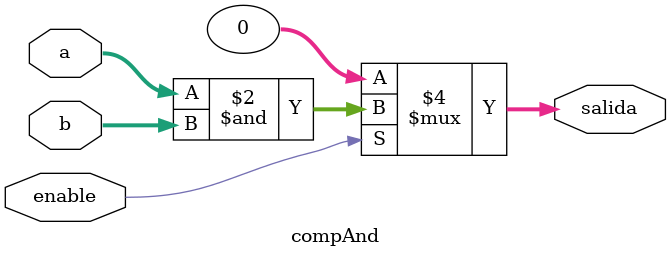
<source format=v>
module compAnd(
	input [31:0]a,
	input [31:0]b,
	input enable,
	output reg [31:0]salida
);
always@*
begin
	if(enable)
	begin
		salida = a&b;
	end
	else
	begin
		salida = 0;
	end
end
endmodule
</source>
